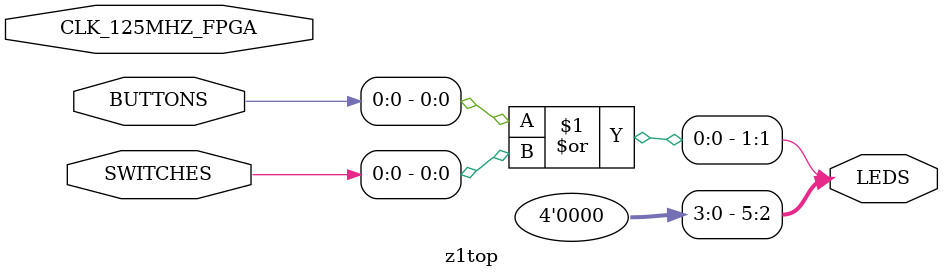
<source format=v>
`timescale 1ns / 1ps

module z1top(
  input CLK_125MHZ_FPGA,
  input [3:0] BUTTONS,
  input [1:0] SWITCHES,
  output [5:0] LEDS
);
  or(LEDS[1], BUTTONS[0], SWITCHES[0]);
  assign LEDS[5:2] = 0;
endmodule

</source>
